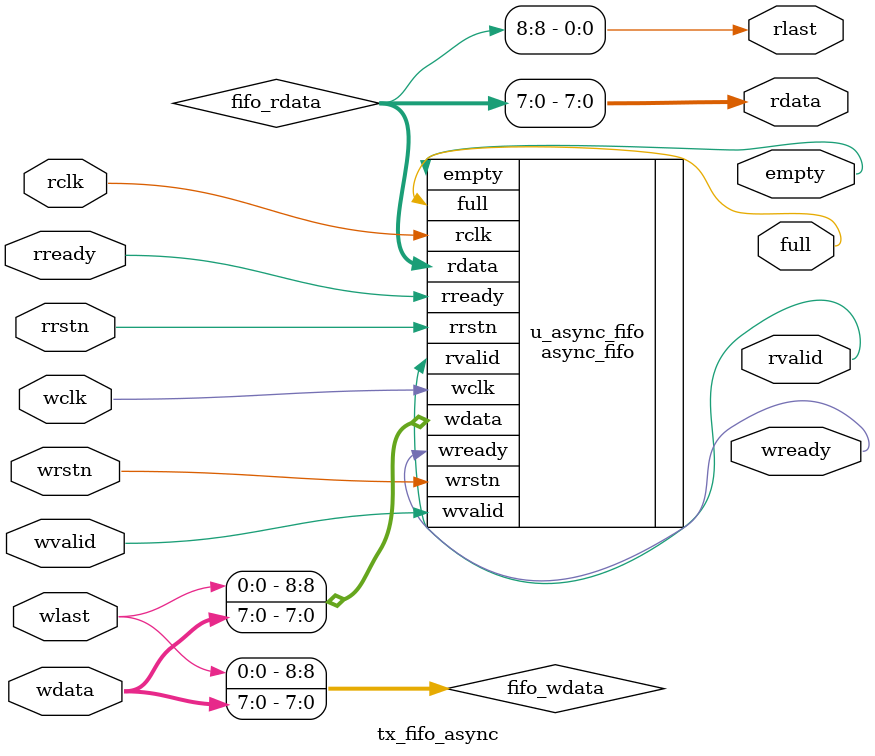
<source format=v>
`default_nettype none

module tx_fifo_async #(
    parameter integer ADDR_BITS = 4
) (
    input  wire        wclk,
    input  wire        wrstn,
    input  wire        wvalid,
    output wire        wready,
    input  wire [7:0]  wdata,
    input  wire        wlast,
    input  wire        rclk,
    input  wire        rrstn,
    output wire        rvalid,
    input  wire        rready,
    output wire [7:0]  rdata,
    output wire        rlast,
    output wire        full,
    output wire        empty
);

    wire [8:0] fifo_wdata;
    wire [8:0] fifo_rdata;

    assign fifo_wdata = {wlast, wdata};

    async_fifo #(
        .DATA_WIDTH(9),
        .ADDR_BITS (ADDR_BITS)
    ) u_async_fifo (
        .wclk  (wclk),
        .wrstn (wrstn),
        .wvalid(wvalid),
        .wready(wready),
        .wdata (fifo_wdata),
        .full  (full),
        .rclk  (rclk),
        .rrstn (rrstn),
        .rvalid(rvalid),
        .rready(rready),
        .rdata (fifo_rdata),
        .empty (empty)
    );

    assign {rlast, rdata} = fifo_rdata;

endmodule

`default_nettype wire

</source>
